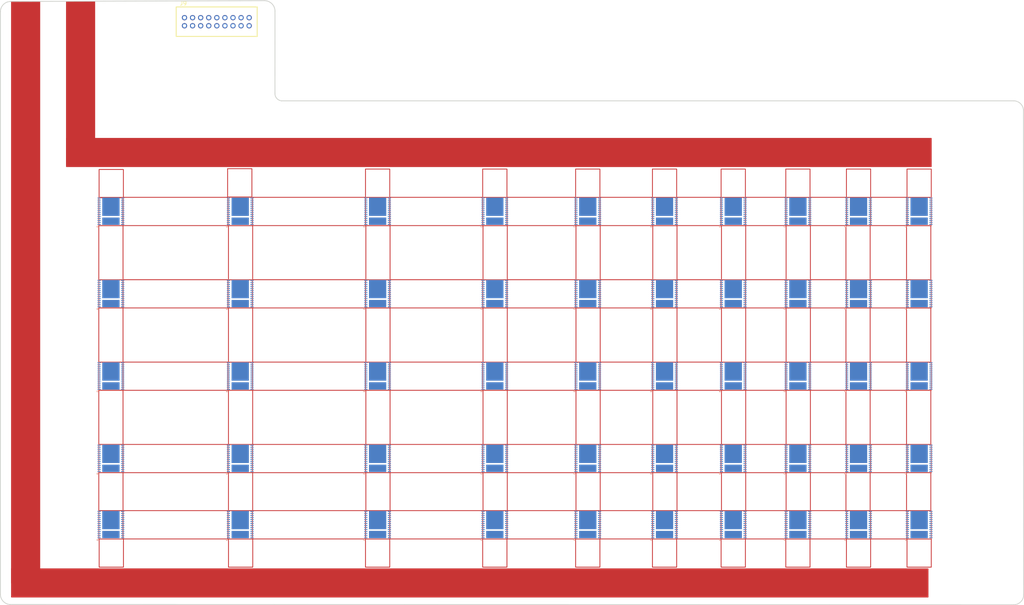
<source format=kicad_pcb>
(kicad_pcb (version 20240108) (generator "pcbnew") (generator_version "8.0")
  (layers (0 "F.Cu" signal) (1 "In1.Cu" signal) (2 "In2.Cu" signal) (31 "B.Cu" signal) (34 "B.Paste" user) (35 "F.Paste" user) (36 "B.SilkS" user "B.Silkscreen") (37 "F.SilkS" user "F.Silkscreen") (38 "B.Mask" user) (39 "F.Mask" user) (44 "Edge.Cuts" user))
  (net 0 "")
  (net 1 "GND")
  (footprint "MountingHole:MountingHole_3.5mm" (layer "F.Cu") (at 65.854 76.774 180)
    (property "Reference" "H6" (hide yes))
    (property "Value" "MountingHole")
  )
  (footprint "MountingHole:MountingHole_3.5mm" (layer "F.Cu") (at 242.4 135.9 180)
    (property "Reference" "H6" (hide yes))
    (property "Value" "MountingHole")
  )
  (footprint "MountingHole:MountingHole_3.5mm" (layer "F.Cu") (at 130.254 135.974 180)
    (property "Reference" "H6" (hide yes))
    (property "Value" "MountingHole")
  )
  (footprint "MountingHole:MountingHole_3.5mm" (layer "F.Cu") (at 130.254 76.574 180)
    (property "Reference" "H6" (hide yes))
    (property "Value" "MountingHole")
  )
  (footprint "MountingHole:MountingHole_3.5mm" (layer "F.Cu") (at 130.254 117.574 180)
    (property "Reference" "H6" (hide yes))
    (property "Value" "MountingHole")
  )
  (footprint "MountingHole:MountingHole_3.5mm" (layer "F.Cu") (at 195.454 117.574 180)
    (property "Reference" "H6" (hide yes))
    (property "Value" "MountingHole")
  )
  (footprint "MountingHole:MountingHole_3.5mm" (layer "F.Cu") (at 195.4 76.574 180)
    (property "Reference" "H6" (hide yes))
    (property "Value" "MountingHole")
  )
  (footprint "MountingHole:MountingHole_3.5mm" (layer "F.Cu") (at 65.854 135.774 180)
    (property "Reference" "H6" (hide yes))
    (property "Value" "MountingHole")
  )
  (footprint "MountingHole:MountingHole_3.5mm" (layer "F.Cu") (at 195.4 135.774 180)
    (property "Reference" "H6" (hide yes))
    (property "Value" "MountingHole")
  )
  (footprint "bitcart:CONN-TH_X2026WV-2-09D-46SN" (layer "F.Cu") (at 76 19.4)
    (property "Reference" "J9")
    (property "Value" "2x9P 2mm")
  )
  (footprint "MountingHole:MountingHole_3.5mm" (layer "F.Cu") (at 65.854 117.574 180)
    (property "Reference" "H6" (hide yes))
    (property "Value" "MountingHole")
  )
  (footprint "MountingHole:MountingHole_3.5mm" (layer "F.Cu") (at 242.4 117.374 180)
    (property "Reference" "H6" (hide yes))
    (property "Value" "MountingHole")
  )
  (footprint "MountingHole:MountingHole_3.5mm" (layer "F.Cu") (at 242.254 76.574 180)
    (property "Reference" "H6" (hide yes))
    (property "Value" "MountingHole")
  )
  (footprint "bitaxe:BM1366" (layer "B.Cu") (at 219.8 127.543)
    (property "Reference" "U14" (hide yes))
    (property "Value" "BM1366")
  )
  (footprint "bitaxe:BM1366" (layer "B.Cu") (at 81.8 66.351)
    (property "Reference" "U14" (hide yes))
    (property "Value" "BM1366")
  )
  (footprint "bitaxe:BM1366" (layer "B.Cu") (at 49.8 107.147)
    (property "Reference" "U14" (hide yes))
    (property "Value" "BM1366")
  )
  (footprint "bitaxe:BM1366" (layer "B.Cu") (at 167.8 143.939)
    (property "Reference" "U14" (hide yes))
    (property "Value" "BM1366")
  )
  (footprint "bitaxe:BM1366" (layer "B.Cu") (at 144.8 127.543)
    (property "Reference" "U14" (hide yes))
    (property "Value" "BM1366")
  )
  (footprint "bitaxe:BM1366" (layer "B.Cu") (at 203.8 143.943)
    (property "Reference" "U14" (hide yes))
    (property "Value" "BM1366")
  )
  (footprint "bitaxe:BM1366" (layer "B.Cu") (at 186.8 107.147)
    (property "Reference" "U14" (hide yes))
    (property "Value" "BM1366")
  )
  (footprint "bitaxe:BM1366" (layer "B.Cu") (at 234.8 127.55)
    (property "Reference" "U14" (hide yes))
    (property "Value" "BM1366")
  )
  (footprint "bitaxe:BM1366" (layer "B.Cu") (at 234.8 86.75)
    (property "Reference" "U14" (hide yes))
    (property "Value" "BM1366")
  )
  (footprint "bitaxe:BM1366" (layer "B.Cu") (at 186.8 66.347)
    (property "Reference" "U14" (hide yes))
    (property "Value" "BM1366")
  )
  (footprint "bitaxe:BM1366" (layer "B.Cu") (at 234.8 66.35)
    (property "Reference" "U14" (hide yes))
    (property "Value" "BM1366")
  )
  (footprint "bitaxe:BM1366" (layer "B.Cu") (at 144.8 107.143)
    (property "Reference" "U14" (hide yes))
    (property "Value" "BM1366")
  )
  (footprint "bitaxe:BM1366" (layer "B.Cu") (at 81.8 143.951)
    (property "Reference" "U14" (hide yes))
    (property "Value" "BM1366")
  )
  (footprint "bitaxe:BM1366" (layer "B.Cu") (at 203.8 86.743)
    (property "Reference" "U14" (hide yes))
    (property "Value" "BM1366")
  )
  (footprint "bitaxe:BM1366" (layer "B.Cu") (at 203.8 107.143)
    (property "Reference" "U14" (hide yes))
    (property "Value" "BM1366")
  )
  (footprint "bitaxe:BM1366" (layer "B.Cu") (at 186.8 127.547)
    (property "Reference" "U14" (hide yes))
    (property "Value" "BM1366")
  )
  (footprint "bitaxe:BM1366" (layer "B.Cu") (at 144.8 143.943)
    (property "Reference" "U14" (hide yes))
    (property "Value" "BM1366")
  )
  (footprint "bitaxe:BM1366" (layer "B.Cu") (at 186.8 143.947)
    (property "Reference" "U14" (hide yes))
    (property "Value" "BM1366")
  )
  (footprint "bitaxe:BM1366" (layer "B.Cu") (at 115.8 127.543)
    (property "Reference" "U14" (hide yes))
    (property "Value" "BM1366")
  )
  (footprint "bitaxe:BM1366" (layer "B.Cu") (at 49.8 143.947)
    (property "Reference" "U14" (hide yes))
    (property "Value" "BM1366")
  )
  (footprint "bitaxe:BM1366" (layer "B.Cu") (at 203.8 66.343)
    (property "Reference" "U14" (hide yes))
    (property "Value" "BM1366")
  )
  (footprint "bitaxe:BM1366" (layer "B.Cu") (at 49.8 127.547)
    (property "Reference" "U14" (hide yes))
    (property "Value" "BM1366")
  )
  (footprint "bitaxe:BM1366" (layer "B.Cu") (at 115.8 86.743)
    (property "Reference" "U14" (hide yes))
    (property "Value" "BM1366")
  )
  (footprint "bitaxe:BM1366" (layer "B.Cu") (at 115.8 107.143)
    (property "Reference" "U14" (hide yes))
    (property "Value" "BM1366")
  )
  (footprint "bitaxe:BM1366" (layer "B.Cu") (at 144.8 66.343)
    (property "Reference" "U14" (hide yes))
    (property "Value" "BM1366")
  )
  (footprint "bitaxe:BM1366" (layer "B.Cu") (at 219.8 143.943)
    (property "Reference" "U14" (hide yes))
    (property "Value" "BM1366")
  )
  (footprint "bitaxe:BM1366" (layer "B.Cu") (at 115.8 66.343)
    (property "Reference" "U14" (hide yes))
    (property "Value" "BM1366")
  )
  (footprint "bitaxe:BM1366" (layer "B.Cu") (at 234.8 107.15)
    (property "Reference" "U14" (hide yes))
    (property "Value" "BM1366")
  )
  (footprint "bitaxe:BM1366" (layer "B.Cu") (at 49.8 66.347)
    (property "Reference" "U14" (hide yes))
    (property "Value" "BM1366")
  )
  (footprint "bitaxe:BM1366" (layer "B.Cu") (at 115.8 143.943)
    (property "Reference" "U14" (hide yes))
    (property "Value" "BM1366")
  )
  (footprint "bitaxe:BM1366" (layer "B.Cu") (at 219.8 86.743)
    (property "Reference" "U14" (hide yes))
    (property "Value" "BM1366")
  )
  (footprint "bitaxe:BM1366" (layer "B.Cu") (at 203.8 127.543)
    (property "Reference" "U14" (hide yes))
    (property "Value" "BM1366")
  )
  (footprint "bitaxe:BM1366" (layer "B.Cu") (at 167.8 66.339)
    (property "Reference" "U14" (hide yes))
    (property "Value" "BM1366")
  )
  (footprint "bitaxe:BM1366" (layer "B.Cu") (at 249.8 107.143)
    (property "Reference" "U14" (hide yes))
    (property "Value" "BM1366")
  )
  (footprint "bitaxe:BM1366" (layer "B.Cu") (at 249.8 127.543)
    (property "Reference" "U14" (hide yes))
    (property "Value" "BM1366")
  )
  (footprint "bitaxe:BM1366" (layer "B.Cu") (at 167.8 127.539)
    (property "Reference" "U14" (hide yes))
    (property "Value" "BM1366")
  )
  (footprint "bitaxe:BM1366" (layer "B.Cu") (at 219.8 107.143)
    (property "Reference" "U14" (hide yes))
    (property "Value" "BM1366")
  )
  (footprint "bitaxe:BM1366" (layer "B.Cu") (at 144.8 86.743)
    (property "Reference" "U14" (hide yes))
    (property "Value" "BM1366")
  )
  (footprint "bitaxe:BM1366" (layer "B.Cu") (at 167.8 86.739)
    (property "Reference" "U14" (hide yes))
    (property "Value" "BM1366")
  )
  (footprint "bitaxe:BM1366" (layer "B.Cu") (at 167.8 107.139)
    (property "Reference" "U14" (hide yes))
    (property "Value" "BM1366")
  )
  (footprint "bitaxe:BM1366" (layer "B.Cu") (at 186.8 86.747)
    (property "Reference" "U14" (hide yes))
    (property "Value" "BM1366")
  )
  (footprint "bitaxe:BM1366" (layer "B.Cu") (at 249.8 143.943)
    (property "Reference" "U14" (hide yes))
    (property "Value" "BM1366")
  )
  (footprint "bitaxe:BM1366" (layer "B.Cu") (at 81.8 107.151)
    (property "Reference" "U14" (hide yes))
    (property "Value" "BM1366")
  )
  (footprint "bitaxe:BM1366" (layer "B.Cu") (at 81.8 86.751)
    (property "Reference" "U14" (hide yes))
    (property "Value" "BM1366")
  )
  (footprint "bitaxe:BM1366" (layer "B.Cu") (at 234.8 143.95)
    (property "Reference" "U14" (hide yes))
    (property "Value" "BM1366")
  )
  (footprint "bitaxe:BM1366" (layer "B.Cu") (at 49.8 86.747)
    (property "Reference" "U14" (hide yes))
    (property "Value" "BM1366")
  )
  (footprint "bitaxe:BM1366" (layer "B.Cu") (at 219.8 66.343)
    (property "Reference" "U14" (hide yes))
    (property "Value" "BM1366")
  )
  (footprint "bitaxe:BM1366" (layer "B.Cu") (at 249.8 66.343)
    (property "Reference" "U14" (hide yes))
    (property "Value" "BM1366")
  )
  (footprint "bitaxe:BM1366" (layer "B.Cu") (at 81.8 127.551)
    (property "Reference" "U14" (hide yes))
    (property "Value" "BM1366")
  )
  (footprint "bitaxe:BM1366" (layer "B.Cu") (at 249.8 86.743)
    (property "Reference" "U14" (hide yes))
    (property "Value" "BM1366")
  )
  (gr_rect (start 147.8 124.1) (end 164.8 131.1) (stroke (width 0.2)) (fill none) (layer "F.Cu") (net 1))
  (gr_rect (start 237.8 124.1) (end 246.8 131.1) (stroke (width 0.2)) (fill none) (layer "F.Cu") (net 1))
  (gr_rect (start 246.8 55.9) (end 252.8 62.9) (stroke (width 0.2)) (fill none) (layer "F.Cu") (net 1))
  (gr_rect (start 170.8 124.1) (end 183.8 131.1) (stroke (width 0.2)) (fill none) (layer "F.Cu") (net 1))
  (gr_rect (start 246.8 140.5) (end 252.8 147.5) (stroke (width 0.2)) (fill none) (layer "F.Cu") (net 1))
  (gr_rect (start 216.8 62.9) (end 222.8 69.9) (stroke (width 0.2)) (fill none) (layer "F.Cu") (net 1))
  (gr_rect (start 164.8 147.5) (end 170.8 154.5) (stroke (width 0.2)) (fill none) (layer "F.Cu") (net 1))
  (gr_rect (start 200.884 90.306) (end 206.884 103.706) (stroke (width 0.2)) (fill none) (layer "F.Cu") (net 1))
  (gr_rect (start 216.8 55.9) (end 222.8 62.9) (stroke (width 0.2)) (fill none) (layer "F.Cu") (net 1))
  (gr_rect (start 164.884 69.906) (end 170.884 83.306) (stroke (width 0.2)) (fill none) (layer "F.Cu") (net 1))
  (gr_rect (start 237.8 103.7) (end 246.8 110.7) (stroke (width 0.2)) (fill none) (layer "F.Cu") (net 1))
  (gr_rect (start 231.684 90.306) (end 237.684 103.706) (stroke (width 0.2)) (fill none) (layer "F.Cu") (net 1))
  (gr_rect (start 52.8 140.5) (end 78.8 147.5) (stroke (width 0.2)) (fill none) (layer "F.Cu") (net 1))
  (gr_rect (start 206.8 83.3) (end 216.8 90.3) (stroke (width 0.2)) (fill none) (layer "F.Cu") (net 1))
  (gr_rect (start 141.884 69.906) (end 147.884 83.306) (stroke (width 0.2)) (fill none) (layer "F.Cu") (net 1))
  (gr_rect (start 164.8 103.7) (end 170.8 110.7) (stroke (width 0.2)) (fill none) (layer "F.Cu") (net 1))
  (gr_rect (start 246.8 83.3) (end 252.8 90.3) (stroke (width 0.2)) (fill none) (layer "F.Cu") (net 1))
  (gr_rect (start 170.8 103.7) (end 183.8 110.7) (stroke (width 0.2)) (fill none) (layer "F.Cu") (net 1))
  (gr_rect (start 170.8 62.9) (end 183.8 69.9) (stroke (width 0.2)) (fill none) (layer "F.Cu") (net 1))
  (gr_rect (start 141.884 131.106) (end 147.884 140.506) (stroke (width 0.2)) (fill none) (layer "F.Cu") (net 1))
  (gr_rect (start 183.8 62.9) (end 189.8 69.9) (stroke (width 0.2)) (fill none) (layer "F.Cu") (net 1))
  (gr_rect (start 164.884 131.106) (end 170.884 140.506) (stroke (width 0.2)) (fill none) (layer "F.Cu") (net 1))
  (gr_rect (start 46.8 83.3) (end 52.8 90.3) (stroke (width 0.2)) (fill none) (layer "F.Cu") (net 1))
  (gr_rect (start 237.8 140.5) (end 246.8 147.5) (stroke (width 0.2)) (fill none) (layer "F.Cu") (net 1))
  (gr_rect (start 246.684 110.706) (end 252.684 124.106) (stroke (width 0.2)) (fill none) (layer "F.Cu") (net 1))
  (gr_rect (start 141.8 62.9) (end 147.8 69.9) (stroke (width 0.2)) (fill none) (layer "F.Cu") (net 1))
  (gr_rect (start 222.8 62.9) (end 231.8 69.9) (stroke (width 0.2)) (fill none) (layer "F.Cu") (net 1))
  (gr_rect (start 141.8 140.5) (end 147.8 147.5) (stroke (width 0.2)) (fill none) (layer "F.Cu") (net 1))
  (gr_rect (start 216.8 103.7) (end 222.8 110.7) (stroke (width 0.2)) (fill none) (layer "F.Cu") (net 1))
  (gr_rect (start 84.8 62.9) (end 112.8 69.9) (stroke (width 0.2)) (fill none) (layer "F.Cu") (net 1))
  (gr_rect (start 84.8 83.3) (end 112.8 90.3) (stroke (width 0.2)) (fill none) (layer "F.Cu") (net 1))
  (gr_rect (start 200.8 140.5) (end 206.8 147.5) (stroke (width 0.2)) (fill none) (layer "F.Cu") (net 1))
  (gr_rect (start 46.884 56.006) (end 52.884 63.006) (stroke (width 0.2)) (fill none) (layer "F.Cu") (net 1))
  (gr_rect (start 84.8 140.5) (end 112.8 147.5) (stroke (width 0.2)) (fill none) (layer "F.Cu") (net 1))
  (gr_rect (start 141.8 124.1) (end 147.8 131.1) (stroke (width 0.2)) (fill none) (layer "F.Cu") (net 1))
  (gr_rect (start 52.8 83.3) (end 78.8 90.3) (stroke (width 0.2)) (fill none) (layer "F.Cu") (net 1))
  (gr_rect (start 147.8 103.7) (end 164.8 110.7) (stroke (width 0.2)) (fill none) (layer "F.Cu") (net 1))
  (gr_rect (start 112.8 147.5) (end 118.8 154.5) (stroke (width 0.2)) (fill none) (layer "F.Cu") (net 1))
  (gr_rect (start 46.8 103.7) (end 52.8 110.7) (stroke (width 0.2)) (fill none) (layer "F.Cu") (net 1))
  (gr_rect (start 222.8 103.7) (end 231.8 110.7) (stroke (width 0.2)) (fill none) (layer "F.Cu") (net 1))
  (gr_rect (start 164.884 90.306) (end 170.884 103.706) (stroke (width 0.2)) (fill none) (layer "F.Cu") (net 1))
  (gr_rect (start 46.8 69.9) (end 52.8 83.3) (stroke (width 0.2)) (fill none) (layer "F.Cu") (net 1))
  (gr_rect (start 183.884 90.306) (end 189.884 103.706) (stroke (width 0.2)) (fill none) (layer "F.Cu") (net 1))
  (gr_rect (start 46.8 131.1) (end 52.8 140.5) (stroke (width 0.2)) (fill none) (layer "F.Cu") (net 1))
  (gr_rect (start 118.8 140.5) (end 141.8 147.5) (stroke (width 0.2)) (fill none) (layer "F.Cu") (net 1))
  (gr_rect (start 231.8 103.7) (end 237.8 110.7) (stroke (width 0.2)) (fill none) (layer "F.Cu") (net 1))
  (gr_rect (start 216.884 90.306) (end 222.884 103.706) (stroke (width 0.2)) (fill none) (layer "F.Cu") (net 1))
  (gr_rect (start 200.8 147.5) (end 206.8 154.5) (stroke (width 0.2)) (fill none) (layer "F.Cu") (net 1))
  (gr_rect (start 164.8 140.5) (end 170.8 147.5) (stroke (width 0.2)) (fill none) (layer "F.Cu") (net 1))
  (gr_rect (start 38.8 14.4) (end 45.8 54.8) (stroke (width 0.2)) (fill solid) (layer "F.Cu") (net 1))
  (gr_rect (start 141.8 147.5) (end 147.8 154.5) (stroke (width 0.2)) (fill none) (layer "F.Cu") (net 1))
  (gr_rect (start 222.8 124.1) (end 231.8 131.1) (stroke (width 0.2)) (fill none) (layer "F.Cu") (net 1))
  (gr_rect (start 78.884 69.906) (end 84.884 83.306) (stroke (width 0.2)) (fill none) (layer "F.Cu") (net 1))
  (gr_rect (start 112.8 83.3) (end 118.8 90.3) (stroke (width 0.2)) (fill none) (layer "F.Cu") (net 1))
  (gr_rect (start 200.8 83.3) (end 206.8 90.3) (stroke (width 0.2)) (fill none) (layer "F.Cu") (net 1))
  (gr_rect (start 216.884 69.906) (end 222.884 83.306) (stroke (width 0.2)) (fill none) (layer "F.Cu") (net 1))
  (gr_rect (start 78.8 62.9) (end 84.8 69.9) (stroke (width 0.2)) (fill none) (layer "F.Cu") (net 1))
  (gr_rect (start 237.8 83.3) (end 246.8 90.3) (stroke (width 0.2)) (fill none) (layer "F.Cu") (net 1))
  (gr_rect (start 231.8 62.9) (end 237.8 69.9) (stroke (width 0.2)) (fill none) (layer "F.Cu") (net 1))
  (gr_rect (start 118.8 124.1) (end 141.8 131.1) (stroke (width 0.2)) (fill none) (layer "F.Cu") (net 1))
  (gr_rect (start 118.8 103.7) (end 141.8 110.7) (stroke (width 0.2)) (fill none) (layer "F.Cu") (net 1))
  (gr_rect (start 246.8 147.5) (end 252.8 154.5) (stroke (width 0.2)) (fill none) (layer "F.Cu") (net 1))
  (gr_rect (start 231.8 124.1) (end 237.8 131.1) (stroke (width 0.2)) (fill none) (layer "F.Cu") (net 1))
  (gr_rect (start 222.8 83.3) (end 231.8 90.3) (stroke (width 0.2)) (fill none) (layer "F.Cu") (net 1))
  (gr_rect (start 46.9 147.5) (end 52.9 154.5) (stroke (width 0.2)) (fill none) (layer "F.Cu") (net 1))
  (gr_rect (start 183.884 131.106) (end 189.884 140.506) (stroke (width 0.2)) (fill none) (layer "F.Cu") (net 1))
  (gr_rect (start 183.8 140.5) (end 189.8 147.5) (stroke (width 0.2)) (fill none) (layer "F.Cu") (net 1))
  (gr_rect (start 141.8 103.7) (end 147.8 110.7) (stroke (width 0.2)) (fill none) (layer "F.Cu") (net 1))
  (gr_rect (start 246.684 69.906) (end 252.684 83.306) (stroke (width 0.2)) (fill none) (layer "F.Cu") (net 1))
  (gr_rect (start 170.8 140.5) (end 183.8 147.5) (stroke (width 0.2)) (fill none) (layer "F.Cu") (net 1))
  (gr_rect (start 52.8 62.9) (end 78.8 69.9) (stroke (width 0.2)) (fill none) (layer "F.Cu") (net 1))
  (gr_rect (start 200.8 55.9) (end 206.8 62.9) (stroke (width 0.2)) (fill none) (layer "F.Cu") (net 1))
  (gr_rect (start 141.884 90.306) (end 147.884 103.706) (stroke (width 0.2)) (fill none) (layer "F.Cu") (net 1))
  (gr_rect (start 216.884 131.106) (end 222.884 140.506) (stroke (width 0.2)) (fill none) (layer "F.Cu") (net 1))
  (gr_rect (start 237.8 62.9) (end 246.8 69.9) (stroke (width 0.2)) (fill none) (layer "F.Cu") (net 1))
  (gr_rect (start 25.2 14.4) (end 32.2 158.4) (stroke (width 0.2)) (fill solid) (layer "F.Cu") (net 1))
  (gr_rect (start 200.8 124.1) (end 206.8 131.1) (stroke (width 0.2)) (fill none) (layer "F.Cu") (net 1))
  (gr_rect (start 231.8 83.3) (end 237.8 90.3) (stroke (width 0.2)) (fill none) (layer "F.Cu") (net 1))
  (gr_rect (start 147.8 62.9) (end 164.8 69.9) (stroke (width 0.2)) (fill none) (layer "F.Cu") (net 1))
  (gr_rect (start 164.884 110.706) (end 170.884 124.106) (stroke (width 0.2)) (fill none) (layer "F.Cu") (net 1))
  (gr_rect (start 46.8 90.3) (end 52.8 103.7) (stroke (width 0.2)) (fill none) (layer "F.Cu") (net 1))
  (gr_rect (start 216.8 124.1) (end 222.8 131.1) (stroke (width 0.2)) (fill none) (layer "F.Cu") (net 1))
  (gr_rect (start 216.8 83.3) (end 222.8 90.3) (stroke (width 0.2)) (fill none) (layer "F.Cu") (net 1))
  (gr_rect (start 200.884 110.706) (end 206.884 124.106) (stroke (width 0.2)) (fill none) (layer "F.Cu") (net 1))
  (gr_rect (start 112.884 90.306) (end 118.884 103.706) (stroke (width 0.2)) (fill none) (layer "F.Cu") (net 1))
  (gr_rect (start 183.8 55.9) (end 189.8 62.9) (stroke (width 0.2)) (fill none) (layer "F.Cu") (net 1))
  (gr_rect (start 52.8 124.1) (end 78.8 131.1) (stroke (width 0.2)) (fill none) (layer "F.Cu") (net 1))
  (gr_rect (start 25.2 154.9) (end 252 161.9) (stroke (width 0.2)) (fill solid) (layer "F.Cu") (net 1))
  (gr_rect (start 231.684 131.106) (end 237.684 140.506) (stroke (width 0.2)) (fill none) (layer "F.Cu") (net 1))
  (gr_rect (start 112.8 62.9) (end 118.8 69.9) (stroke (width 0.2)) (fill none) (layer "F.Cu") (net 1))
  (gr_rect (start 183.884 110.706) (end 189.884 124.106) (stroke (width 0.2)) (fill none) (layer "F.Cu") (net 1))
  (gr_rect (start 84.8 124.1) (end 112.8 131.1) (stroke (width 0.2)) (fill none) (layer "F.Cu") (net 1))
  (gr_rect (start 189.8 140.5) (end 200.8 147.5) (stroke (width 0.2)) (fill none) (layer "F.Cu") (net 1))
  (gr_rect (start 231.684 69.906) (end 237.684 83.306) (stroke (width 0.2)) (fill none) (layer "F.Cu") (net 1))
  (gr_rect (start 38.8 48.3) (end 252.8 55.3) (stroke (width 0.2)) (fill solid) (layer "F.Cu") (net 1))
  (gr_rect (start 78.8 103.7) (end 84.8 110.7) (stroke (width 0.2)) (fill none) (layer "F.Cu") (net 1))
  (gr_rect (start 78.884 131.106) (end 84.884 140.506) (stroke (width 0.2)) (fill none) (layer "F.Cu") (net 1))
  (gr_rect (start 78.684 55.806) (end 84.684 62.806) (stroke (width 0.2)) (fill none) (layer "F.Cu") (net 1))
  (gr_rect (start 52.8 103.7) (end 78.8 110.7) (stroke (width 0.2)) (fill none) (layer "F.Cu") (net 1))
  (gr_rect (start 164.8 55.9) (end 170.8 62.9) (stroke (width 0.2)) (fill none) (layer "F.Cu") (net 1))
  (gr_rect (start 246.684 131.106) (end 252.684 140.506) (stroke (width 0.2)) (fill none) (layer "F.Cu") (net 1))
  (gr_rect (start 183.8 83.3) (end 189.8 90.3) (stroke (width 0.2)) (fill none) (layer "F.Cu") (net 1))
  (gr_rect (start 231.8 55.9) (end 237.8 62.9) (stroke (width 0.2)) (fill none) (layer "F.Cu") (net 1))
  (gr_rect (start 164.8 124.1) (end 170.8 131.1) (stroke (width 0.2)) (fill none) (layer "F.Cu") (net 1))
  (gr_rect (start 189.8 62.9) (end 200.8 69.9) (stroke (width 0.2)) (fill none) (layer "F.Cu") (net 1))
  (gr_rect (start 246.8 124.1) (end 252.8 131.1) (stroke (width 0.2)) (fill none) (layer "F.Cu") (net 1))
  (gr_rect (start 189.8 103.7) (end 200.8 110.7) (stroke (width 0.2)) (fill none) (layer "F.Cu") (net 1))
  (gr_rect (start 112.8 103.7) (end 118.8 110.7) (stroke (width 0.2)) (fill none) (layer "F.Cu") (net 1))
  (gr_rect (start 206.8 140.5) (end 216.8 147.5) (stroke (width 0.2)) (fill none) (layer "F.Cu") (net 1))
  (gr_rect (start 206.8 124.1) (end 216.8 131.1) (stroke (width 0.2)) (fill none) (layer "F.Cu") (net 1))
  (gr_rect (start 112.884 131.106) (end 118.884 140.506) (stroke (width 0.2)) (fill none) (layer "F.Cu") (net 1))
  (gr_rect (start 112.884 110.706) (end 118.884 124.106) (stroke (width 0.2)) (fill none) (layer "F.Cu") (net 1))
  (gr_rect (start 46.8 124.1) (end 52.8 131.1) (stroke (width 0.2)) (fill none) (layer "F.Cu") (net 1))
  (gr_rect (start 189.8 124.1) (end 200.8 131.1) (stroke (width 0.2)) (fill none) (layer "F.Cu") (net 1))
  (gr_rect (start 112.8 124.1) (end 118.8 131.1) (stroke (width 0.2)) (fill none) (layer "F.Cu") (net 1))
  (gr_rect (start 206.8 103.7) (end 216.8 110.7) (stroke (width 0.2)) (fill none) (layer "F.Cu") (net 1))
  (gr_rect (start 222.8 140.5) (end 231.8 147.5) (stroke (width 0.2)) (fill none) (layer "F.Cu") (net 1))
  (gr_rect (start 78.8 83.3) (end 84.8 90.3) (stroke (width 0.2)) (fill none) (layer "F.Cu") (net 1))
  (gr_rect (start 78.8 124.1) (end 84.8 131.1) (stroke (width 0.2)) (fill none) (layer "F.Cu") (net 1))
  (gr_rect (start 147.8 83.3) (end 164.8 90.3) (stroke (width 0.2)) (fill none) (layer "F.Cu") (net 1))
  (gr_rect (start 112.8 140.5) (end 118.8 147.5) (stroke (width 0.2)) (fill none) (layer "F.Cu") (net 1))
  (gr_rect (start 141.884 110.706) (end 147.884 124.106) (stroke (width 0.2)) (fill none) (layer "F.Cu") (net 1))
  (gr_rect (start 216.884 110.706) (end 222.884 124.106) (stroke (width 0.2)) (fill none) (layer "F.Cu") (net 1))
  (gr_rect (start 183.884 69.906) (end 189.884 83.306) (stroke (width 0.2)) (fill none) (layer "F.Cu") (net 1))
  (gr_rect (start 200.884 131.106) (end 206.884 140.506) (stroke (width 0.2)) (fill none) (layer "F.Cu") (net 1))
  (gr_rect (start 84.8 103.7) (end 112.8 110.7) (stroke (width 0.2)) (fill none) (layer "F.Cu") (net 1))
  (gr_rect (start 183.8 124.1) (end 189.8 131.1) (stroke (width 0.2)) (fill none) (layer "F.Cu") (net 1))
  (gr_rect (start 118.8 62.9) (end 141.8 69.9) (stroke (width 0.2)) (fill none) (layer "F.Cu") (net 1))
  (gr_rect (start 46.8 62.9) (end 52.8 69.9) (stroke (width 0.2)) (fill none) (layer "F.Cu") (net 1))
  (gr_rect (start 246.8 103.7) (end 252.8 110.7) (stroke (width 0.2)) (fill none) (layer "F.Cu") (net 1))
  (gr_rect (start 147.8 140.5) (end 164.8 147.5) (stroke (width 0.2)) (fill none) (layer "F.Cu") (net 1))
  (gr_rect (start 200.8 62.9) (end 206.8 69.9) (stroke (width 0.2)) (fill none) (layer "F.Cu") (net 1))
  (gr_rect (start 183.8 147.5) (end 189.8 154.5) (stroke (width 0.2)) (fill none) (layer "F.Cu") (net 1))
  (gr_rect (start 78.884 110.706) (end 84.884 124.106) (stroke (width 0.2)) (fill none) (layer "F.Cu") (net 1))
  (gr_rect (start 231.8 147.5) (end 237.8 154.5) (stroke (width 0.2)) (fill none) (layer "F.Cu") (net 1))
  (gr_rect (start 46.8 110.7) (end 52.8 124.1) (stroke (width 0.2)) (fill none) (layer "F.Cu") (net 1))
  (gr_rect (start 200.884 69.906) (end 206.884 83.306) (stroke (width 0.2)) (fill none) (layer "F.Cu") (net 1))
  (gr_rect (start 189.8 83.3) (end 200.8 90.3) (stroke (width 0.2)) (fill none) (layer "F.Cu") (net 1))
  (gr_rect (start 141.8 83.3) (end 147.8 90.3) (stroke (width 0.2)) (fill none) (layer "F.Cu") (net 1))
  (gr_rect (start 78.8 140.5) (end 84.8 147.5) (stroke (width 0.2)) (fill none) (layer "F.Cu") (net 1))
  (gr_rect (start 141.8 55.9) (end 147.8 62.9) (stroke (width 0.2)) (fill none) (layer "F.Cu") (net 1))
  (gr_rect (start 78.884 90.306) (end 84.884 103.706) (stroke (width 0.2)) (fill none) (layer "F.Cu") (net 1))
  (gr_rect (start 46.8 140.5) (end 52.8 147.5) (stroke (width 0.2)) (fill none) (layer "F.Cu") (net 1))
  (gr_rect (start 112.884 69.906) (end 118.884 83.306) (stroke (width 0.2)) (fill none) (layer "F.Cu") (net 1))
  (gr_rect (start 246.8 62.9) (end 252.8 69.9) (stroke (width 0.2)) (fill none) (layer "F.Cu") (net 1))
  (gr_rect (start 164.8 62.9) (end 170.8 69.9) (stroke (width 0.2)) (fill none) (layer "F.Cu") (net 1))
  (gr_rect (start 200.8 103.7) (end 206.8 110.7) (stroke (width 0.2)) (fill none) (layer "F.Cu") (net 1))
  (gr_rect (start 216.8 147.5) (end 222.8 154.5) (stroke (width 0.2)) (fill none) (layer "F.Cu") (net 1))
  (gr_rect (start 216.8 140.5) (end 222.8 147.5) (stroke (width 0.2)) (fill none) (layer "F.Cu") (net 1))
  (gr_rect (start 78.9 147.5) (end 84.9 154.5) (stroke (width 0.2)) (fill none) (layer "F.Cu") (net 1))
  (gr_rect (start 246.684 90.306) (end 252.684 103.706) (stroke (width 0.2)) (fill none) (layer "F.Cu") (net 1))
  (gr_rect (start 112.8 55.9) (end 118.8 62.9) (stroke (width 0.2)) (fill none) (layer "F.Cu") (net 1))
  (gr_rect (start 164.8 83.3) (end 170.8 90.3) (stroke (width 0.2)) (fill none) (layer "F.Cu") (net 1))
  (gr_rect (start 118.8 83.3) (end 141.8 90.3) (stroke (width 0.2)) (fill none) (layer "F.Cu") (net 1))
  (gr_rect (start 206.8 62.9) (end 216.8 69.9) (stroke (width 0.2)) (fill none) (layer "F.Cu") (net 1))
  (gr_rect (start 231.8 140.5) (end 237.8 147.5) (stroke (width 0.2)) (fill none) (layer "F.Cu") (net 1))
  (gr_rect (start 170.8 83.3) (end 183.8 90.3) (stroke (width 0.2)) (fill none) (layer "F.Cu") (net 1))
  (gr_rect (start 231.684 110.706) (end 237.684 124.106) (stroke (width 0.2)) (fill none) (layer "F.Cu") (net 1))
  (gr_rect (start 183.8 103.7) (end 189.8 110.7) (stroke (width 0.2)) (fill none) (layer "F.Cu") (net 1))
  (gr_line (start 90.4 16.796051) (end 90.390683 37.120172) (stroke (width 0.2)) (layer "Edge.Cuts"))
  (gr_arc (start 24.805289 163.736775) (mid 23.133777 162.931239) (end 22.456051 161.203949) (stroke (width 0.2)) (layer "Edge.Cuts"))
  (gr_arc (start 92 39) (mid 90.824218 38.377804) (end 90.390683 37.120172) (stroke (width 0.2)) (layer "Edge.Cuts"))
  (gr_line (start 275.613785 41.264664) (end 275.662166 161.330031) (stroke (width 0.2)) (layer "Edge.Cuts"))
  (gr_arc (start 22.46 16.94) (mid 23.203949 15.143949) (end 25 14.4) (stroke (width 0.2)) (layer "Edge.Cuts"))
  (gr_line (start 92 39) (end 273.161763 39) (stroke (width 0.2)) (layer "Edge.Cuts"))
  (gr_arc (start 273.161763 39.000001) (mid 274.831716 39.651663) (end 275.613785 41.264664) (stroke (width 0.2)) (layer "Edge.Cuts"))
  (gr_line (start 22.46 16.94) (end 22.456051 161.203949) (stroke (width 0.2)) (layer "Edge.Cuts"))
  (gr_arc (start 275.662166 161.330031) (mid 274.942635 163.074952) (end 273.2 163.8) (stroke (width 0.2)) (layer "Edge.Cuts"))
  (gr_arc (start 87.8 14.200003) (mid 89.638237 14.95897) (end 90.4 16.796051) (stroke (width 0.2)) (layer "Edge.Cuts"))
  (gr_line (start 25 14.4) (end 87.8 14.200003) (stroke (width 0.2)) (layer "Edge.Cuts"))
  (gr_line (start 24.805289 163.736775) (end 273.2 163.8) (stroke (width 0.2)) (layer "Edge.Cuts"))
)
</source>
